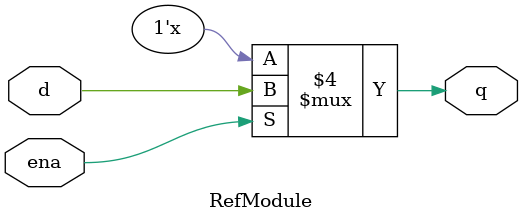
<source format=sv>

module RefModule (
  input d,
  input ena,
  output logic q
);
  initial begin
     q = 0;
  end
  always@(*) begin
    if (ena)
      q = d;
  end

endmodule


</source>
